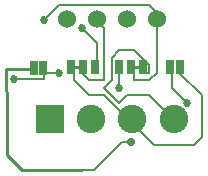
<source format=gbr>
G04 EAGLE Gerber RS-274X export*
G75*
%MOMM*%
%FSLAX34Y34*%
%LPD*%
%INBottom Copper*%
%IPPOS*%
%AMOC8*
5,1,8,0,0,1.08239X$1,22.5*%
G01*
%ADD10R,2.413000X2.413000*%
%ADD11C,2.413000*%
%ADD12C,1.524000*%
%ADD13R,0.635000X1.270000*%
%ADD14C,0.254000*%
%ADD15C,0.203200*%
%ADD16C,0.685800*%
%ADD17C,0.705600*%


D10*
X-3151372Y-2814090D03*
D11*
X-3116372Y-2814090D03*
X-3081372Y-2814090D03*
X-3046372Y-2814090D03*
D12*
X-3136900Y-2729738D03*
X-3111500Y-2729738D03*
X-3086100Y-2729738D03*
X-3060700Y-2729738D03*
D13*
X-3092450Y-2769870D03*
X-3082290Y-2769870D03*
X-3072130Y-2769870D03*
D14*
X-3082290Y-2769870D01*
D13*
X-3112770Y-2769870D03*
X-3122930Y-2769870D03*
X-3133090Y-2769870D03*
D14*
X-3122930Y-2769870D01*
D13*
X-3165094Y-2771140D03*
X-3156966Y-2771140D03*
X-3041396Y-2769870D03*
X-3049524Y-2769870D03*
D15*
X-3117850Y-2781300D02*
X-3124200Y-2774950D01*
X-3117850Y-2781300D02*
X-3105150Y-2781300D01*
X-3105150Y-2736850D01*
X-3111500Y-2730500D01*
X-3122930Y-2769870D02*
X-3124200Y-2774950D01*
X-3111500Y-2730500D02*
X-3111500Y-2729738D01*
X-3143250Y-2717800D02*
X-3155950Y-2730500D01*
X-3143250Y-2717800D02*
X-3067050Y-2717800D01*
X-3060700Y-2724150D01*
X-3060700Y-2729738D01*
X-3079750Y-2774950D02*
X-3079750Y-2781300D01*
X-3067050Y-2781300D01*
X-3060700Y-2774950D01*
X-3060700Y-2729738D01*
X-3082290Y-2769870D02*
X-3079750Y-2774950D01*
D16*
X-3155950Y-2730500D03*
D15*
X-3073400Y-2774950D02*
X-3067050Y-2774950D01*
X-3067050Y-2768600D01*
X-3079750Y-2755900D01*
X-3092450Y-2755900D01*
X-3098800Y-2762250D01*
X-3098800Y-2781300D01*
X-3105150Y-2787650D01*
X-3092450Y-2800350D01*
X-3086100Y-2794000D01*
X-3067050Y-2794000D01*
X-3048000Y-2813050D01*
X-3073400Y-2774950D02*
X-3072130Y-2769870D01*
X-3048000Y-2813050D02*
X-3046372Y-2814090D01*
D14*
X-3188081Y-2790438D02*
X-3188081Y-2772029D01*
X-3165983Y-2772029D02*
X-3165094Y-2771140D01*
X-3165983Y-2772029D02*
X-3188081Y-2772029D01*
X-3188081Y-2790438D02*
X-3187700Y-2790819D01*
X-3187700Y-2844800D01*
X-3175000Y-2857500D01*
X-3124200Y-2857500D01*
D15*
X-3114040Y-2857500D01*
X-3089910Y-2833370D02*
X-3082290Y-2833370D01*
D17*
X-3082290Y-2833370D03*
D15*
X-3089910Y-2833370D02*
X-3114040Y-2857500D01*
X-3092450Y-2787650D02*
X-3092450Y-2769870D01*
D16*
X-3092450Y-2787650D03*
D15*
X-3041650Y-2774950D02*
X-3022600Y-2794000D01*
X-3022600Y-2829560D01*
X-3028950Y-2835910D01*
X-3063240Y-2835910D01*
X-3079750Y-2819400D01*
X-3041650Y-2774950D02*
X-3041396Y-2769870D01*
X-3081372Y-2814090D02*
X-3079750Y-2819400D01*
X-3130550Y-2781300D02*
X-3130550Y-2774950D01*
X-3130550Y-2781300D02*
X-3117850Y-2794000D01*
X-3105150Y-2794000D01*
X-3086100Y-2813050D01*
X-3130550Y-2774950D02*
X-3133090Y-2769870D01*
X-3086100Y-2813050D02*
X-3081372Y-2814090D01*
X-3111500Y-2768600D02*
X-3111500Y-2749550D01*
X-3124200Y-2736850D01*
X-3111500Y-2768600D02*
X-3112770Y-2769870D01*
D16*
X-3124200Y-2736850D03*
D15*
X-3048000Y-2787650D02*
X-3035300Y-2800350D01*
X-3048000Y-2787650D02*
X-3048000Y-2774950D01*
X-3049524Y-2769870D01*
D16*
X-3035300Y-2800350D03*
D15*
X-3155950Y-2780030D02*
X-3181350Y-2780030D01*
X-3155950Y-2780030D02*
X-3155950Y-2774950D01*
X-3143250Y-2774950D01*
X-3155950Y-2774950D02*
X-3156966Y-2771140D01*
D16*
X-3181350Y-2780030D03*
X-3143250Y-2774950D03*
M02*

</source>
